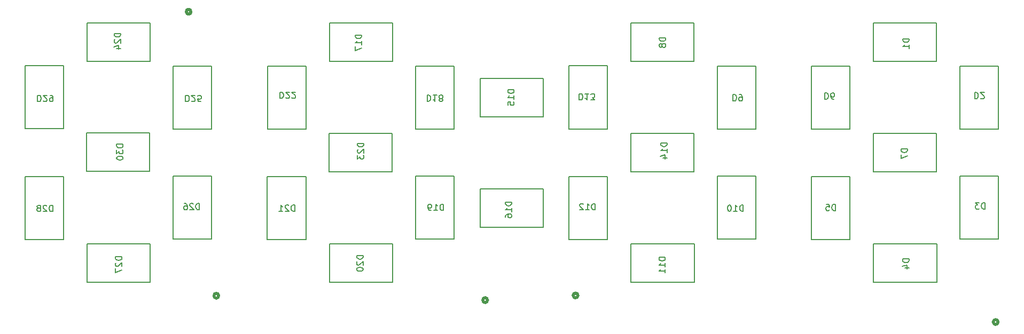
<source format=gbr>
%TF.GenerationSoftware,KiCad,Pcbnew,8.0.6*%
%TF.CreationDate,2024-11-20T14:38:13-08:00*%
%TF.ProjectId,SleepBud,536c6565-7042-4756-942e-6b696361645f,rev?*%
%TF.SameCoordinates,Original*%
%TF.FileFunction,Legend,Bot*%
%TF.FilePolarity,Positive*%
%FSLAX46Y46*%
G04 Gerber Fmt 4.6, Leading zero omitted, Abs format (unit mm)*
G04 Created by KiCad (PCBNEW 8.0.6) date 2024-11-20 14:38:13*
%MOMM*%
%LPD*%
G01*
G04 APERTURE LIST*
%ADD10C,0.127000*%
%ADD11C,0.200000*%
%ADD12C,0.508000*%
%ADD13C,0.150000*%
%ADD14C,1.701800*%
%ADD15O,1.200000X1.900000*%
%ADD16C,1.450000*%
%ADD17R,3.150000X2.400000*%
%ADD18R,2.400000X3.150000*%
G04 APERTURE END LIST*
D10*
X128644285Y-90046015D02*
X128644285Y-89046015D01*
X128644285Y-89046015D02*
X128406190Y-89046015D01*
X128406190Y-89046015D02*
X128263333Y-89093634D01*
X128263333Y-89093634D02*
X128168095Y-89188872D01*
X128168095Y-89188872D02*
X128120476Y-89284110D01*
X128120476Y-89284110D02*
X128072857Y-89474586D01*
X128072857Y-89474586D02*
X128072857Y-89617443D01*
X128072857Y-89617443D02*
X128120476Y-89807919D01*
X128120476Y-89807919D02*
X128168095Y-89903157D01*
X128168095Y-89903157D02*
X128263333Y-89998396D01*
X128263333Y-89998396D02*
X128406190Y-90046015D01*
X128406190Y-90046015D02*
X128644285Y-90046015D01*
X127120476Y-90046015D02*
X127691904Y-90046015D01*
X127406190Y-90046015D02*
X127406190Y-89046015D01*
X127406190Y-89046015D02*
X127501428Y-89188872D01*
X127501428Y-89188872D02*
X127596666Y-89284110D01*
X127596666Y-89284110D02*
X127691904Y-89331729D01*
X126644285Y-90046015D02*
X126453809Y-90046015D01*
X126453809Y-90046015D02*
X126358571Y-89998396D01*
X126358571Y-89998396D02*
X126310952Y-89950776D01*
X126310952Y-89950776D02*
X126215714Y-89807919D01*
X126215714Y-89807919D02*
X126168095Y-89617443D01*
X126168095Y-89617443D02*
X126168095Y-89236491D01*
X126168095Y-89236491D02*
X126215714Y-89141253D01*
X126215714Y-89141253D02*
X126263333Y-89093634D01*
X126263333Y-89093634D02*
X126358571Y-89046015D01*
X126358571Y-89046015D02*
X126549047Y-89046015D01*
X126549047Y-89046015D02*
X126644285Y-89093634D01*
X126644285Y-89093634D02*
X126691904Y-89141253D01*
X126691904Y-89141253D02*
X126739523Y-89236491D01*
X126739523Y-89236491D02*
X126739523Y-89474586D01*
X126739523Y-89474586D02*
X126691904Y-89569824D01*
X126691904Y-89569824D02*
X126644285Y-89617443D01*
X126644285Y-89617443D02*
X126549047Y-89665062D01*
X126549047Y-89665062D02*
X126358571Y-89665062D01*
X126358571Y-89665062D02*
X126263333Y-89617443D01*
X126263333Y-89617443D02*
X126215714Y-89569824D01*
X126215714Y-89569824D02*
X126168095Y-89474586D01*
X87755714Y-71773984D02*
X87755714Y-72773984D01*
X87755714Y-72773984D02*
X87993809Y-72773984D01*
X87993809Y-72773984D02*
X88136666Y-72726365D01*
X88136666Y-72726365D02*
X88231904Y-72631127D01*
X88231904Y-72631127D02*
X88279523Y-72535889D01*
X88279523Y-72535889D02*
X88327142Y-72345413D01*
X88327142Y-72345413D02*
X88327142Y-72202556D01*
X88327142Y-72202556D02*
X88279523Y-72012080D01*
X88279523Y-72012080D02*
X88231904Y-71916842D01*
X88231904Y-71916842D02*
X88136666Y-71821604D01*
X88136666Y-71821604D02*
X87993809Y-71773984D01*
X87993809Y-71773984D02*
X87755714Y-71773984D01*
X88708095Y-72678746D02*
X88755714Y-72726365D01*
X88755714Y-72726365D02*
X88850952Y-72773984D01*
X88850952Y-72773984D02*
X89089047Y-72773984D01*
X89089047Y-72773984D02*
X89184285Y-72726365D01*
X89184285Y-72726365D02*
X89231904Y-72678746D01*
X89231904Y-72678746D02*
X89279523Y-72583508D01*
X89279523Y-72583508D02*
X89279523Y-72488270D01*
X89279523Y-72488270D02*
X89231904Y-72345413D01*
X89231904Y-72345413D02*
X88660476Y-71773984D01*
X88660476Y-71773984D02*
X89279523Y-71773984D01*
X90184285Y-72773984D02*
X89708095Y-72773984D01*
X89708095Y-72773984D02*
X89660476Y-72297794D01*
X89660476Y-72297794D02*
X89708095Y-72345413D01*
X89708095Y-72345413D02*
X89803333Y-72393032D01*
X89803333Y-72393032D02*
X90041428Y-72393032D01*
X90041428Y-72393032D02*
X90136666Y-72345413D01*
X90136666Y-72345413D02*
X90184285Y-72297794D01*
X90184285Y-72297794D02*
X90231904Y-72202556D01*
X90231904Y-72202556D02*
X90231904Y-71964461D01*
X90231904Y-71964461D02*
X90184285Y-71869223D01*
X90184285Y-71869223D02*
X90136666Y-71821604D01*
X90136666Y-71821604D02*
X90041428Y-71773984D01*
X90041428Y-71773984D02*
X89803333Y-71773984D01*
X89803333Y-71773984D02*
X89708095Y-71821604D01*
X89708095Y-71821604D02*
X89660476Y-71869223D01*
X152674285Y-89966015D02*
X152674285Y-88966015D01*
X152674285Y-88966015D02*
X152436190Y-88966015D01*
X152436190Y-88966015D02*
X152293333Y-89013634D01*
X152293333Y-89013634D02*
X152198095Y-89108872D01*
X152198095Y-89108872D02*
X152150476Y-89204110D01*
X152150476Y-89204110D02*
X152102857Y-89394586D01*
X152102857Y-89394586D02*
X152102857Y-89537443D01*
X152102857Y-89537443D02*
X152150476Y-89727919D01*
X152150476Y-89727919D02*
X152198095Y-89823157D01*
X152198095Y-89823157D02*
X152293333Y-89918396D01*
X152293333Y-89918396D02*
X152436190Y-89966015D01*
X152436190Y-89966015D02*
X152674285Y-89966015D01*
X151150476Y-89966015D02*
X151721904Y-89966015D01*
X151436190Y-89966015D02*
X151436190Y-88966015D01*
X151436190Y-88966015D02*
X151531428Y-89108872D01*
X151531428Y-89108872D02*
X151626666Y-89204110D01*
X151626666Y-89204110D02*
X151721904Y-89251729D01*
X150769523Y-89061253D02*
X150721904Y-89013634D01*
X150721904Y-89013634D02*
X150626666Y-88966015D01*
X150626666Y-88966015D02*
X150388571Y-88966015D01*
X150388571Y-88966015D02*
X150293333Y-89013634D01*
X150293333Y-89013634D02*
X150245714Y-89061253D01*
X150245714Y-89061253D02*
X150198095Y-89156491D01*
X150198095Y-89156491D02*
X150198095Y-89251729D01*
X150198095Y-89251729D02*
X150245714Y-89394586D01*
X150245714Y-89394586D02*
X150817142Y-89966015D01*
X150817142Y-89966015D02*
X150198095Y-89966015D01*
X77826015Y-79545714D02*
X76826015Y-79545714D01*
X76826015Y-79545714D02*
X76826015Y-79783809D01*
X76826015Y-79783809D02*
X76873634Y-79926666D01*
X76873634Y-79926666D02*
X76968872Y-80021904D01*
X76968872Y-80021904D02*
X77064110Y-80069523D01*
X77064110Y-80069523D02*
X77254586Y-80117142D01*
X77254586Y-80117142D02*
X77397443Y-80117142D01*
X77397443Y-80117142D02*
X77587919Y-80069523D01*
X77587919Y-80069523D02*
X77683157Y-80021904D01*
X77683157Y-80021904D02*
X77778396Y-79926666D01*
X77778396Y-79926666D02*
X77826015Y-79783809D01*
X77826015Y-79783809D02*
X77826015Y-79545714D01*
X76826015Y-80450476D02*
X76826015Y-81069523D01*
X76826015Y-81069523D02*
X77206967Y-80736190D01*
X77206967Y-80736190D02*
X77206967Y-80879047D01*
X77206967Y-80879047D02*
X77254586Y-80974285D01*
X77254586Y-80974285D02*
X77302205Y-81021904D01*
X77302205Y-81021904D02*
X77397443Y-81069523D01*
X77397443Y-81069523D02*
X77635538Y-81069523D01*
X77635538Y-81069523D02*
X77730776Y-81021904D01*
X77730776Y-81021904D02*
X77778396Y-80974285D01*
X77778396Y-80974285D02*
X77826015Y-80879047D01*
X77826015Y-80879047D02*
X77826015Y-80593333D01*
X77826015Y-80593333D02*
X77778396Y-80498095D01*
X77778396Y-80498095D02*
X77730776Y-80450476D01*
X76826015Y-81688571D02*
X76826015Y-81783809D01*
X76826015Y-81783809D02*
X76873634Y-81879047D01*
X76873634Y-81879047D02*
X76921253Y-81926666D01*
X76921253Y-81926666D02*
X77016491Y-81974285D01*
X77016491Y-81974285D02*
X77206967Y-82021904D01*
X77206967Y-82021904D02*
X77445062Y-82021904D01*
X77445062Y-82021904D02*
X77635538Y-81974285D01*
X77635538Y-81974285D02*
X77730776Y-81926666D01*
X77730776Y-81926666D02*
X77778396Y-81879047D01*
X77778396Y-81879047D02*
X77826015Y-81783809D01*
X77826015Y-81783809D02*
X77826015Y-81688571D01*
X77826015Y-81688571D02*
X77778396Y-81593333D01*
X77778396Y-81593333D02*
X77730776Y-81545714D01*
X77730776Y-81545714D02*
X77635538Y-81498095D01*
X77635538Y-81498095D02*
X77445062Y-81450476D01*
X77445062Y-81450476D02*
X77206967Y-81450476D01*
X77206967Y-81450476D02*
X77016491Y-81498095D01*
X77016491Y-81498095D02*
X76921253Y-81545714D01*
X76921253Y-81545714D02*
X76873634Y-81593333D01*
X76873634Y-81593333D02*
X76826015Y-81688571D01*
X115996015Y-79405714D02*
X114996015Y-79405714D01*
X114996015Y-79405714D02*
X114996015Y-79643809D01*
X114996015Y-79643809D02*
X115043634Y-79786666D01*
X115043634Y-79786666D02*
X115138872Y-79881904D01*
X115138872Y-79881904D02*
X115234110Y-79929523D01*
X115234110Y-79929523D02*
X115424586Y-79977142D01*
X115424586Y-79977142D02*
X115567443Y-79977142D01*
X115567443Y-79977142D02*
X115757919Y-79929523D01*
X115757919Y-79929523D02*
X115853157Y-79881904D01*
X115853157Y-79881904D02*
X115948396Y-79786666D01*
X115948396Y-79786666D02*
X115996015Y-79643809D01*
X115996015Y-79643809D02*
X115996015Y-79405714D01*
X115091253Y-80358095D02*
X115043634Y-80405714D01*
X115043634Y-80405714D02*
X114996015Y-80500952D01*
X114996015Y-80500952D02*
X114996015Y-80739047D01*
X114996015Y-80739047D02*
X115043634Y-80834285D01*
X115043634Y-80834285D02*
X115091253Y-80881904D01*
X115091253Y-80881904D02*
X115186491Y-80929523D01*
X115186491Y-80929523D02*
X115281729Y-80929523D01*
X115281729Y-80929523D02*
X115424586Y-80881904D01*
X115424586Y-80881904D02*
X115996015Y-80310476D01*
X115996015Y-80310476D02*
X115996015Y-80929523D01*
X114996015Y-81262857D02*
X114996015Y-81881904D01*
X114996015Y-81881904D02*
X115376967Y-81548571D01*
X115376967Y-81548571D02*
X115376967Y-81691428D01*
X115376967Y-81691428D02*
X115424586Y-81786666D01*
X115424586Y-81786666D02*
X115472205Y-81834285D01*
X115472205Y-81834285D02*
X115567443Y-81881904D01*
X115567443Y-81881904D02*
X115805538Y-81881904D01*
X115805538Y-81881904D02*
X115900776Y-81834285D01*
X115900776Y-81834285D02*
X115948396Y-81786666D01*
X115948396Y-81786666D02*
X115996015Y-81691428D01*
X115996015Y-81691428D02*
X115996015Y-81405714D01*
X115996015Y-81405714D02*
X115948396Y-81310476D01*
X115948396Y-81310476D02*
X115900776Y-81262857D01*
X115656015Y-62205714D02*
X114656015Y-62205714D01*
X114656015Y-62205714D02*
X114656015Y-62443809D01*
X114656015Y-62443809D02*
X114703634Y-62586666D01*
X114703634Y-62586666D02*
X114798872Y-62681904D01*
X114798872Y-62681904D02*
X114894110Y-62729523D01*
X114894110Y-62729523D02*
X115084586Y-62777142D01*
X115084586Y-62777142D02*
X115227443Y-62777142D01*
X115227443Y-62777142D02*
X115417919Y-62729523D01*
X115417919Y-62729523D02*
X115513157Y-62681904D01*
X115513157Y-62681904D02*
X115608396Y-62586666D01*
X115608396Y-62586666D02*
X115656015Y-62443809D01*
X115656015Y-62443809D02*
X115656015Y-62205714D01*
X115656015Y-63729523D02*
X115656015Y-63158095D01*
X115656015Y-63443809D02*
X114656015Y-63443809D01*
X114656015Y-63443809D02*
X114798872Y-63348571D01*
X114798872Y-63348571D02*
X114894110Y-63253333D01*
X114894110Y-63253333D02*
X114941729Y-63158095D01*
X114656015Y-64062857D02*
X114656015Y-64729523D01*
X114656015Y-64729523D02*
X115656015Y-64300952D01*
X174501905Y-71663984D02*
X174501905Y-72663984D01*
X174501905Y-72663984D02*
X174740000Y-72663984D01*
X174740000Y-72663984D02*
X174882857Y-72616365D01*
X174882857Y-72616365D02*
X174978095Y-72521127D01*
X174978095Y-72521127D02*
X175025714Y-72425889D01*
X175025714Y-72425889D02*
X175073333Y-72235413D01*
X175073333Y-72235413D02*
X175073333Y-72092556D01*
X175073333Y-72092556D02*
X175025714Y-71902080D01*
X175025714Y-71902080D02*
X174978095Y-71806842D01*
X174978095Y-71806842D02*
X174882857Y-71711604D01*
X174882857Y-71711604D02*
X174740000Y-71663984D01*
X174740000Y-71663984D02*
X174501905Y-71663984D01*
X175549524Y-71663984D02*
X175740000Y-71663984D01*
X175740000Y-71663984D02*
X175835238Y-71711604D01*
X175835238Y-71711604D02*
X175882857Y-71759223D01*
X175882857Y-71759223D02*
X175978095Y-71902080D01*
X175978095Y-71902080D02*
X176025714Y-72092556D01*
X176025714Y-72092556D02*
X176025714Y-72473508D01*
X176025714Y-72473508D02*
X175978095Y-72568746D01*
X175978095Y-72568746D02*
X175930476Y-72616365D01*
X175930476Y-72616365D02*
X175835238Y-72663984D01*
X175835238Y-72663984D02*
X175644762Y-72663984D01*
X175644762Y-72663984D02*
X175549524Y-72616365D01*
X175549524Y-72616365D02*
X175501905Y-72568746D01*
X175501905Y-72568746D02*
X175454286Y-72473508D01*
X175454286Y-72473508D02*
X175454286Y-72235413D01*
X175454286Y-72235413D02*
X175501905Y-72140175D01*
X175501905Y-72140175D02*
X175549524Y-72092556D01*
X175549524Y-72092556D02*
X175644762Y-72044937D01*
X175644762Y-72044937D02*
X175835238Y-72044937D01*
X175835238Y-72044937D02*
X175930476Y-72092556D01*
X175930476Y-72092556D02*
X175978095Y-72140175D01*
X175978095Y-72140175D02*
X176025714Y-72235413D01*
X102685714Y-71273984D02*
X102685714Y-72273984D01*
X102685714Y-72273984D02*
X102923809Y-72273984D01*
X102923809Y-72273984D02*
X103066666Y-72226365D01*
X103066666Y-72226365D02*
X103161904Y-72131127D01*
X103161904Y-72131127D02*
X103209523Y-72035889D01*
X103209523Y-72035889D02*
X103257142Y-71845413D01*
X103257142Y-71845413D02*
X103257142Y-71702556D01*
X103257142Y-71702556D02*
X103209523Y-71512080D01*
X103209523Y-71512080D02*
X103161904Y-71416842D01*
X103161904Y-71416842D02*
X103066666Y-71321604D01*
X103066666Y-71321604D02*
X102923809Y-71273984D01*
X102923809Y-71273984D02*
X102685714Y-71273984D01*
X103638095Y-72178746D02*
X103685714Y-72226365D01*
X103685714Y-72226365D02*
X103780952Y-72273984D01*
X103780952Y-72273984D02*
X104019047Y-72273984D01*
X104019047Y-72273984D02*
X104114285Y-72226365D01*
X104114285Y-72226365D02*
X104161904Y-72178746D01*
X104161904Y-72178746D02*
X104209523Y-72083508D01*
X104209523Y-72083508D02*
X104209523Y-71988270D01*
X104209523Y-71988270D02*
X104161904Y-71845413D01*
X104161904Y-71845413D02*
X103590476Y-71273984D01*
X103590476Y-71273984D02*
X104209523Y-71273984D01*
X104590476Y-72178746D02*
X104638095Y-72226365D01*
X104638095Y-72226365D02*
X104733333Y-72273984D01*
X104733333Y-72273984D02*
X104971428Y-72273984D01*
X104971428Y-72273984D02*
X105066666Y-72226365D01*
X105066666Y-72226365D02*
X105114285Y-72178746D01*
X105114285Y-72178746D02*
X105161904Y-72083508D01*
X105161904Y-72083508D02*
X105161904Y-71988270D01*
X105161904Y-71988270D02*
X105114285Y-71845413D01*
X105114285Y-71845413D02*
X104542857Y-71273984D01*
X104542857Y-71273984D02*
X105161904Y-71273984D01*
X139816015Y-70885714D02*
X138816015Y-70885714D01*
X138816015Y-70885714D02*
X138816015Y-71123809D01*
X138816015Y-71123809D02*
X138863634Y-71266666D01*
X138863634Y-71266666D02*
X138958872Y-71361904D01*
X138958872Y-71361904D02*
X139054110Y-71409523D01*
X139054110Y-71409523D02*
X139244586Y-71457142D01*
X139244586Y-71457142D02*
X139387443Y-71457142D01*
X139387443Y-71457142D02*
X139577919Y-71409523D01*
X139577919Y-71409523D02*
X139673157Y-71361904D01*
X139673157Y-71361904D02*
X139768396Y-71266666D01*
X139768396Y-71266666D02*
X139816015Y-71123809D01*
X139816015Y-71123809D02*
X139816015Y-70885714D01*
X139816015Y-72409523D02*
X139816015Y-71838095D01*
X139816015Y-72123809D02*
X138816015Y-72123809D01*
X138816015Y-72123809D02*
X138958872Y-72028571D01*
X138958872Y-72028571D02*
X139054110Y-71933333D01*
X139054110Y-71933333D02*
X139101729Y-71838095D01*
X138816015Y-73314285D02*
X138816015Y-72838095D01*
X138816015Y-72838095D02*
X139292205Y-72790476D01*
X139292205Y-72790476D02*
X139244586Y-72838095D01*
X139244586Y-72838095D02*
X139196967Y-72933333D01*
X139196967Y-72933333D02*
X139196967Y-73171428D01*
X139196967Y-73171428D02*
X139244586Y-73266666D01*
X139244586Y-73266666D02*
X139292205Y-73314285D01*
X139292205Y-73314285D02*
X139387443Y-73361904D01*
X139387443Y-73361904D02*
X139625538Y-73361904D01*
X139625538Y-73361904D02*
X139720776Y-73314285D01*
X139720776Y-73314285D02*
X139768396Y-73266666D01*
X139768396Y-73266666D02*
X139816015Y-73171428D01*
X139816015Y-73171428D02*
X139816015Y-72933333D01*
X139816015Y-72933333D02*
X139768396Y-72838095D01*
X139768396Y-72838095D02*
X139720776Y-72790476D01*
X190758094Y-90066015D02*
X190758094Y-89066015D01*
X190758094Y-89066015D02*
X190519999Y-89066015D01*
X190519999Y-89066015D02*
X190377142Y-89113634D01*
X190377142Y-89113634D02*
X190281904Y-89208872D01*
X190281904Y-89208872D02*
X190234285Y-89304110D01*
X190234285Y-89304110D02*
X190186666Y-89494586D01*
X190186666Y-89494586D02*
X190186666Y-89637443D01*
X190186666Y-89637443D02*
X190234285Y-89827919D01*
X190234285Y-89827919D02*
X190281904Y-89923157D01*
X190281904Y-89923157D02*
X190377142Y-90018396D01*
X190377142Y-90018396D02*
X190519999Y-90066015D01*
X190519999Y-90066015D02*
X190758094Y-90066015D01*
X189281904Y-89066015D02*
X189758094Y-89066015D01*
X189758094Y-89066015D02*
X189805713Y-89542205D01*
X189805713Y-89542205D02*
X189758094Y-89494586D01*
X189758094Y-89494586D02*
X189662856Y-89446967D01*
X189662856Y-89446967D02*
X189424761Y-89446967D01*
X189424761Y-89446967D02*
X189329523Y-89494586D01*
X189329523Y-89494586D02*
X189281904Y-89542205D01*
X189281904Y-89542205D02*
X189234285Y-89637443D01*
X189234285Y-89637443D02*
X189234285Y-89875538D01*
X189234285Y-89875538D02*
X189281904Y-89970776D01*
X189281904Y-89970776D02*
X189329523Y-90018396D01*
X189329523Y-90018396D02*
X189424761Y-90066015D01*
X189424761Y-90066015D02*
X189662856Y-90066015D01*
X189662856Y-90066015D02*
X189758094Y-90018396D01*
X189758094Y-90018396D02*
X189805713Y-89970776D01*
X202436015Y-62801905D02*
X201436015Y-62801905D01*
X201436015Y-62801905D02*
X201436015Y-63040000D01*
X201436015Y-63040000D02*
X201483634Y-63182857D01*
X201483634Y-63182857D02*
X201578872Y-63278095D01*
X201578872Y-63278095D02*
X201674110Y-63325714D01*
X201674110Y-63325714D02*
X201864586Y-63373333D01*
X201864586Y-63373333D02*
X202007443Y-63373333D01*
X202007443Y-63373333D02*
X202197919Y-63325714D01*
X202197919Y-63325714D02*
X202293157Y-63278095D01*
X202293157Y-63278095D02*
X202388396Y-63182857D01*
X202388396Y-63182857D02*
X202436015Y-63040000D01*
X202436015Y-63040000D02*
X202436015Y-62801905D01*
X202436015Y-64325714D02*
X202436015Y-63754286D01*
X202436015Y-64040000D02*
X201436015Y-64040000D01*
X201436015Y-64040000D02*
X201578872Y-63944762D01*
X201578872Y-63944762D02*
X201674110Y-63849524D01*
X201674110Y-63849524D02*
X201721729Y-63754286D01*
X163776015Y-97485714D02*
X162776015Y-97485714D01*
X162776015Y-97485714D02*
X162776015Y-97723809D01*
X162776015Y-97723809D02*
X162823634Y-97866666D01*
X162823634Y-97866666D02*
X162918872Y-97961904D01*
X162918872Y-97961904D02*
X163014110Y-98009523D01*
X163014110Y-98009523D02*
X163204586Y-98057142D01*
X163204586Y-98057142D02*
X163347443Y-98057142D01*
X163347443Y-98057142D02*
X163537919Y-98009523D01*
X163537919Y-98009523D02*
X163633157Y-97961904D01*
X163633157Y-97961904D02*
X163728396Y-97866666D01*
X163728396Y-97866666D02*
X163776015Y-97723809D01*
X163776015Y-97723809D02*
X163776015Y-97485714D01*
X163776015Y-99009523D02*
X163776015Y-98438095D01*
X163776015Y-98723809D02*
X162776015Y-98723809D01*
X162776015Y-98723809D02*
X162918872Y-98628571D01*
X162918872Y-98628571D02*
X163014110Y-98533333D01*
X163014110Y-98533333D02*
X163061729Y-98438095D01*
X163776015Y-99961904D02*
X163776015Y-99390476D01*
X163776015Y-99676190D02*
X162776015Y-99676190D01*
X162776015Y-99676190D02*
X162918872Y-99580952D01*
X162918872Y-99580952D02*
X163014110Y-99485714D01*
X163014110Y-99485714D02*
X163061729Y-99390476D01*
X77446015Y-61955714D02*
X76446015Y-61955714D01*
X76446015Y-61955714D02*
X76446015Y-62193809D01*
X76446015Y-62193809D02*
X76493634Y-62336666D01*
X76493634Y-62336666D02*
X76588872Y-62431904D01*
X76588872Y-62431904D02*
X76684110Y-62479523D01*
X76684110Y-62479523D02*
X76874586Y-62527142D01*
X76874586Y-62527142D02*
X77017443Y-62527142D01*
X77017443Y-62527142D02*
X77207919Y-62479523D01*
X77207919Y-62479523D02*
X77303157Y-62431904D01*
X77303157Y-62431904D02*
X77398396Y-62336666D01*
X77398396Y-62336666D02*
X77446015Y-62193809D01*
X77446015Y-62193809D02*
X77446015Y-61955714D01*
X76541253Y-62908095D02*
X76493634Y-62955714D01*
X76493634Y-62955714D02*
X76446015Y-63050952D01*
X76446015Y-63050952D02*
X76446015Y-63289047D01*
X76446015Y-63289047D02*
X76493634Y-63384285D01*
X76493634Y-63384285D02*
X76541253Y-63431904D01*
X76541253Y-63431904D02*
X76636491Y-63479523D01*
X76636491Y-63479523D02*
X76731729Y-63479523D01*
X76731729Y-63479523D02*
X76874586Y-63431904D01*
X76874586Y-63431904D02*
X77446015Y-62860476D01*
X77446015Y-62860476D02*
X77446015Y-63479523D01*
X76779348Y-64336666D02*
X77446015Y-64336666D01*
X76398396Y-64098571D02*
X77112681Y-63860476D01*
X77112681Y-63860476D02*
X77112681Y-64479523D01*
X202156015Y-80271905D02*
X201156015Y-80271905D01*
X201156015Y-80271905D02*
X201156015Y-80510000D01*
X201156015Y-80510000D02*
X201203634Y-80652857D01*
X201203634Y-80652857D02*
X201298872Y-80748095D01*
X201298872Y-80748095D02*
X201394110Y-80795714D01*
X201394110Y-80795714D02*
X201584586Y-80843333D01*
X201584586Y-80843333D02*
X201727443Y-80843333D01*
X201727443Y-80843333D02*
X201917919Y-80795714D01*
X201917919Y-80795714D02*
X202013157Y-80748095D01*
X202013157Y-80748095D02*
X202108396Y-80652857D01*
X202108396Y-80652857D02*
X202156015Y-80510000D01*
X202156015Y-80510000D02*
X202156015Y-80271905D01*
X201156015Y-81176667D02*
X201156015Y-81843333D01*
X201156015Y-81843333D02*
X202156015Y-81414762D01*
X214468094Y-89816015D02*
X214468094Y-88816015D01*
X214468094Y-88816015D02*
X214229999Y-88816015D01*
X214229999Y-88816015D02*
X214087142Y-88863634D01*
X214087142Y-88863634D02*
X213991904Y-88958872D01*
X213991904Y-88958872D02*
X213944285Y-89054110D01*
X213944285Y-89054110D02*
X213896666Y-89244586D01*
X213896666Y-89244586D02*
X213896666Y-89387443D01*
X213896666Y-89387443D02*
X213944285Y-89577919D01*
X213944285Y-89577919D02*
X213991904Y-89673157D01*
X213991904Y-89673157D02*
X214087142Y-89768396D01*
X214087142Y-89768396D02*
X214229999Y-89816015D01*
X214229999Y-89816015D02*
X214468094Y-89816015D01*
X213563332Y-88816015D02*
X212944285Y-88816015D01*
X212944285Y-88816015D02*
X213277618Y-89196967D01*
X213277618Y-89196967D02*
X213134761Y-89196967D01*
X213134761Y-89196967D02*
X213039523Y-89244586D01*
X213039523Y-89244586D02*
X212991904Y-89292205D01*
X212991904Y-89292205D02*
X212944285Y-89387443D01*
X212944285Y-89387443D02*
X212944285Y-89625538D01*
X212944285Y-89625538D02*
X212991904Y-89720776D01*
X212991904Y-89720776D02*
X213039523Y-89768396D01*
X213039523Y-89768396D02*
X213134761Y-89816015D01*
X213134761Y-89816015D02*
X213420475Y-89816015D01*
X213420475Y-89816015D02*
X213515713Y-89768396D01*
X213515713Y-89768396D02*
X213563332Y-89720776D01*
X212811905Y-71333984D02*
X212811905Y-72333984D01*
X212811905Y-72333984D02*
X213050000Y-72333984D01*
X213050000Y-72333984D02*
X213192857Y-72286365D01*
X213192857Y-72286365D02*
X213288095Y-72191127D01*
X213288095Y-72191127D02*
X213335714Y-72095889D01*
X213335714Y-72095889D02*
X213383333Y-71905413D01*
X213383333Y-71905413D02*
X213383333Y-71762556D01*
X213383333Y-71762556D02*
X213335714Y-71572080D01*
X213335714Y-71572080D02*
X213288095Y-71476842D01*
X213288095Y-71476842D02*
X213192857Y-71381604D01*
X213192857Y-71381604D02*
X213050000Y-71333984D01*
X213050000Y-71333984D02*
X212811905Y-71333984D01*
X213764286Y-72238746D02*
X213811905Y-72286365D01*
X213811905Y-72286365D02*
X213907143Y-72333984D01*
X213907143Y-72333984D02*
X214145238Y-72333984D01*
X214145238Y-72333984D02*
X214240476Y-72286365D01*
X214240476Y-72286365D02*
X214288095Y-72238746D01*
X214288095Y-72238746D02*
X214335714Y-72143508D01*
X214335714Y-72143508D02*
X214335714Y-72048270D01*
X214335714Y-72048270D02*
X214288095Y-71905413D01*
X214288095Y-71905413D02*
X213716667Y-71333984D01*
X213716667Y-71333984D02*
X214335714Y-71333984D01*
X139436015Y-88725714D02*
X138436015Y-88725714D01*
X138436015Y-88725714D02*
X138436015Y-88963809D01*
X138436015Y-88963809D02*
X138483634Y-89106666D01*
X138483634Y-89106666D02*
X138578872Y-89201904D01*
X138578872Y-89201904D02*
X138674110Y-89249523D01*
X138674110Y-89249523D02*
X138864586Y-89297142D01*
X138864586Y-89297142D02*
X139007443Y-89297142D01*
X139007443Y-89297142D02*
X139197919Y-89249523D01*
X139197919Y-89249523D02*
X139293157Y-89201904D01*
X139293157Y-89201904D02*
X139388396Y-89106666D01*
X139388396Y-89106666D02*
X139436015Y-88963809D01*
X139436015Y-88963809D02*
X139436015Y-88725714D01*
X139436015Y-90249523D02*
X139436015Y-89678095D01*
X139436015Y-89963809D02*
X138436015Y-89963809D01*
X138436015Y-89963809D02*
X138578872Y-89868571D01*
X138578872Y-89868571D02*
X138674110Y-89773333D01*
X138674110Y-89773333D02*
X138721729Y-89678095D01*
X138436015Y-91106666D02*
X138436015Y-90916190D01*
X138436015Y-90916190D02*
X138483634Y-90820952D01*
X138483634Y-90820952D02*
X138531253Y-90773333D01*
X138531253Y-90773333D02*
X138674110Y-90678095D01*
X138674110Y-90678095D02*
X138864586Y-90630476D01*
X138864586Y-90630476D02*
X139245538Y-90630476D01*
X139245538Y-90630476D02*
X139340776Y-90678095D01*
X139340776Y-90678095D02*
X139388396Y-90725714D01*
X139388396Y-90725714D02*
X139436015Y-90820952D01*
X139436015Y-90820952D02*
X139436015Y-91011428D01*
X139436015Y-91011428D02*
X139388396Y-91106666D01*
X139388396Y-91106666D02*
X139340776Y-91154285D01*
X139340776Y-91154285D02*
X139245538Y-91201904D01*
X139245538Y-91201904D02*
X139007443Y-91201904D01*
X139007443Y-91201904D02*
X138912205Y-91154285D01*
X138912205Y-91154285D02*
X138864586Y-91106666D01*
X138864586Y-91106666D02*
X138816967Y-91011428D01*
X138816967Y-91011428D02*
X138816967Y-90820952D01*
X138816967Y-90820952D02*
X138864586Y-90725714D01*
X138864586Y-90725714D02*
X138912205Y-90678095D01*
X138912205Y-90678095D02*
X139007443Y-90630476D01*
X126035714Y-71743984D02*
X126035714Y-72743984D01*
X126035714Y-72743984D02*
X126273809Y-72743984D01*
X126273809Y-72743984D02*
X126416666Y-72696365D01*
X126416666Y-72696365D02*
X126511904Y-72601127D01*
X126511904Y-72601127D02*
X126559523Y-72505889D01*
X126559523Y-72505889D02*
X126607142Y-72315413D01*
X126607142Y-72315413D02*
X126607142Y-72172556D01*
X126607142Y-72172556D02*
X126559523Y-71982080D01*
X126559523Y-71982080D02*
X126511904Y-71886842D01*
X126511904Y-71886842D02*
X126416666Y-71791604D01*
X126416666Y-71791604D02*
X126273809Y-71743984D01*
X126273809Y-71743984D02*
X126035714Y-71743984D01*
X127559523Y-71743984D02*
X126988095Y-71743984D01*
X127273809Y-71743984D02*
X127273809Y-72743984D01*
X127273809Y-72743984D02*
X127178571Y-72601127D01*
X127178571Y-72601127D02*
X127083333Y-72505889D01*
X127083333Y-72505889D02*
X126988095Y-72458270D01*
X128130952Y-72315413D02*
X128035714Y-72363032D01*
X128035714Y-72363032D02*
X127988095Y-72410651D01*
X127988095Y-72410651D02*
X127940476Y-72505889D01*
X127940476Y-72505889D02*
X127940476Y-72553508D01*
X127940476Y-72553508D02*
X127988095Y-72648746D01*
X127988095Y-72648746D02*
X128035714Y-72696365D01*
X128035714Y-72696365D02*
X128130952Y-72743984D01*
X128130952Y-72743984D02*
X128321428Y-72743984D01*
X128321428Y-72743984D02*
X128416666Y-72696365D01*
X128416666Y-72696365D02*
X128464285Y-72648746D01*
X128464285Y-72648746D02*
X128511904Y-72553508D01*
X128511904Y-72553508D02*
X128511904Y-72505889D01*
X128511904Y-72505889D02*
X128464285Y-72410651D01*
X128464285Y-72410651D02*
X128416666Y-72363032D01*
X128416666Y-72363032D02*
X128321428Y-72315413D01*
X128321428Y-72315413D02*
X128130952Y-72315413D01*
X128130952Y-72315413D02*
X128035714Y-72267794D01*
X128035714Y-72267794D02*
X127988095Y-72220175D01*
X127988095Y-72220175D02*
X127940476Y-72124937D01*
X127940476Y-72124937D02*
X127940476Y-71934461D01*
X127940476Y-71934461D02*
X127988095Y-71839223D01*
X127988095Y-71839223D02*
X128035714Y-71791604D01*
X128035714Y-71791604D02*
X128130952Y-71743984D01*
X128130952Y-71743984D02*
X128321428Y-71743984D01*
X128321428Y-71743984D02*
X128416666Y-71791604D01*
X128416666Y-71791604D02*
X128464285Y-71839223D01*
X128464285Y-71839223D02*
X128511904Y-71934461D01*
X128511904Y-71934461D02*
X128511904Y-72124937D01*
X128511904Y-72124937D02*
X128464285Y-72220175D01*
X128464285Y-72220175D02*
X128416666Y-72267794D01*
X128416666Y-72267794D02*
X128321428Y-72315413D01*
X176134285Y-90176015D02*
X176134285Y-89176015D01*
X176134285Y-89176015D02*
X175896190Y-89176015D01*
X175896190Y-89176015D02*
X175753333Y-89223634D01*
X175753333Y-89223634D02*
X175658095Y-89318872D01*
X175658095Y-89318872D02*
X175610476Y-89414110D01*
X175610476Y-89414110D02*
X175562857Y-89604586D01*
X175562857Y-89604586D02*
X175562857Y-89747443D01*
X175562857Y-89747443D02*
X175610476Y-89937919D01*
X175610476Y-89937919D02*
X175658095Y-90033157D01*
X175658095Y-90033157D02*
X175753333Y-90128396D01*
X175753333Y-90128396D02*
X175896190Y-90176015D01*
X175896190Y-90176015D02*
X176134285Y-90176015D01*
X174610476Y-90176015D02*
X175181904Y-90176015D01*
X174896190Y-90176015D02*
X174896190Y-89176015D01*
X174896190Y-89176015D02*
X174991428Y-89318872D01*
X174991428Y-89318872D02*
X175086666Y-89414110D01*
X175086666Y-89414110D02*
X175181904Y-89461729D01*
X173991428Y-89176015D02*
X173896190Y-89176015D01*
X173896190Y-89176015D02*
X173800952Y-89223634D01*
X173800952Y-89223634D02*
X173753333Y-89271253D01*
X173753333Y-89271253D02*
X173705714Y-89366491D01*
X173705714Y-89366491D02*
X173658095Y-89556967D01*
X173658095Y-89556967D02*
X173658095Y-89795062D01*
X173658095Y-89795062D02*
X173705714Y-89985538D01*
X173705714Y-89985538D02*
X173753333Y-90080776D01*
X173753333Y-90080776D02*
X173800952Y-90128396D01*
X173800952Y-90128396D02*
X173896190Y-90176015D01*
X173896190Y-90176015D02*
X173991428Y-90176015D01*
X173991428Y-90176015D02*
X174086666Y-90128396D01*
X174086666Y-90128396D02*
X174134285Y-90080776D01*
X174134285Y-90080776D02*
X174181904Y-89985538D01*
X174181904Y-89985538D02*
X174229523Y-89795062D01*
X174229523Y-89795062D02*
X174229523Y-89556967D01*
X174229523Y-89556967D02*
X174181904Y-89366491D01*
X174181904Y-89366491D02*
X174134285Y-89271253D01*
X174134285Y-89271253D02*
X174086666Y-89223634D01*
X174086666Y-89223634D02*
X173991428Y-89176015D01*
X202416015Y-97751905D02*
X201416015Y-97751905D01*
X201416015Y-97751905D02*
X201416015Y-97990000D01*
X201416015Y-97990000D02*
X201463634Y-98132857D01*
X201463634Y-98132857D02*
X201558872Y-98228095D01*
X201558872Y-98228095D02*
X201654110Y-98275714D01*
X201654110Y-98275714D02*
X201844586Y-98323333D01*
X201844586Y-98323333D02*
X201987443Y-98323333D01*
X201987443Y-98323333D02*
X202177919Y-98275714D01*
X202177919Y-98275714D02*
X202273157Y-98228095D01*
X202273157Y-98228095D02*
X202368396Y-98132857D01*
X202368396Y-98132857D02*
X202416015Y-97990000D01*
X202416015Y-97990000D02*
X202416015Y-97751905D01*
X201749348Y-99180476D02*
X202416015Y-99180476D01*
X201368396Y-98942381D02*
X202082681Y-98704286D01*
X202082681Y-98704286D02*
X202082681Y-99323333D01*
X89934285Y-89936015D02*
X89934285Y-88936015D01*
X89934285Y-88936015D02*
X89696190Y-88936015D01*
X89696190Y-88936015D02*
X89553333Y-88983634D01*
X89553333Y-88983634D02*
X89458095Y-89078872D01*
X89458095Y-89078872D02*
X89410476Y-89174110D01*
X89410476Y-89174110D02*
X89362857Y-89364586D01*
X89362857Y-89364586D02*
X89362857Y-89507443D01*
X89362857Y-89507443D02*
X89410476Y-89697919D01*
X89410476Y-89697919D02*
X89458095Y-89793157D01*
X89458095Y-89793157D02*
X89553333Y-89888396D01*
X89553333Y-89888396D02*
X89696190Y-89936015D01*
X89696190Y-89936015D02*
X89934285Y-89936015D01*
X88981904Y-89031253D02*
X88934285Y-88983634D01*
X88934285Y-88983634D02*
X88839047Y-88936015D01*
X88839047Y-88936015D02*
X88600952Y-88936015D01*
X88600952Y-88936015D02*
X88505714Y-88983634D01*
X88505714Y-88983634D02*
X88458095Y-89031253D01*
X88458095Y-89031253D02*
X88410476Y-89126491D01*
X88410476Y-89126491D02*
X88410476Y-89221729D01*
X88410476Y-89221729D02*
X88458095Y-89364586D01*
X88458095Y-89364586D02*
X89029523Y-89936015D01*
X89029523Y-89936015D02*
X88410476Y-89936015D01*
X87553333Y-88936015D02*
X87743809Y-88936015D01*
X87743809Y-88936015D02*
X87839047Y-88983634D01*
X87839047Y-88983634D02*
X87886666Y-89031253D01*
X87886666Y-89031253D02*
X87981904Y-89174110D01*
X87981904Y-89174110D02*
X88029523Y-89364586D01*
X88029523Y-89364586D02*
X88029523Y-89745538D01*
X88029523Y-89745538D02*
X87981904Y-89840776D01*
X87981904Y-89840776D02*
X87934285Y-89888396D01*
X87934285Y-89888396D02*
X87839047Y-89936015D01*
X87839047Y-89936015D02*
X87648571Y-89936015D01*
X87648571Y-89936015D02*
X87553333Y-89888396D01*
X87553333Y-89888396D02*
X87505714Y-89840776D01*
X87505714Y-89840776D02*
X87458095Y-89745538D01*
X87458095Y-89745538D02*
X87458095Y-89507443D01*
X87458095Y-89507443D02*
X87505714Y-89412205D01*
X87505714Y-89412205D02*
X87553333Y-89364586D01*
X87553333Y-89364586D02*
X87648571Y-89316967D01*
X87648571Y-89316967D02*
X87839047Y-89316967D01*
X87839047Y-89316967D02*
X87934285Y-89364586D01*
X87934285Y-89364586D02*
X87981904Y-89412205D01*
X87981904Y-89412205D02*
X88029523Y-89507443D01*
X77646015Y-97405714D02*
X76646015Y-97405714D01*
X76646015Y-97405714D02*
X76646015Y-97643809D01*
X76646015Y-97643809D02*
X76693634Y-97786666D01*
X76693634Y-97786666D02*
X76788872Y-97881904D01*
X76788872Y-97881904D02*
X76884110Y-97929523D01*
X76884110Y-97929523D02*
X77074586Y-97977142D01*
X77074586Y-97977142D02*
X77217443Y-97977142D01*
X77217443Y-97977142D02*
X77407919Y-97929523D01*
X77407919Y-97929523D02*
X77503157Y-97881904D01*
X77503157Y-97881904D02*
X77598396Y-97786666D01*
X77598396Y-97786666D02*
X77646015Y-97643809D01*
X77646015Y-97643809D02*
X77646015Y-97405714D01*
X76741253Y-98358095D02*
X76693634Y-98405714D01*
X76693634Y-98405714D02*
X76646015Y-98500952D01*
X76646015Y-98500952D02*
X76646015Y-98739047D01*
X76646015Y-98739047D02*
X76693634Y-98834285D01*
X76693634Y-98834285D02*
X76741253Y-98881904D01*
X76741253Y-98881904D02*
X76836491Y-98929523D01*
X76836491Y-98929523D02*
X76931729Y-98929523D01*
X76931729Y-98929523D02*
X77074586Y-98881904D01*
X77074586Y-98881904D02*
X77646015Y-98310476D01*
X77646015Y-98310476D02*
X77646015Y-98929523D01*
X76646015Y-99262857D02*
X76646015Y-99929523D01*
X76646015Y-99929523D02*
X77646015Y-99500952D01*
X189071905Y-71403984D02*
X189071905Y-72403984D01*
X189071905Y-72403984D02*
X189310000Y-72403984D01*
X189310000Y-72403984D02*
X189452857Y-72356365D01*
X189452857Y-72356365D02*
X189548095Y-72261127D01*
X189548095Y-72261127D02*
X189595714Y-72165889D01*
X189595714Y-72165889D02*
X189643333Y-71975413D01*
X189643333Y-71975413D02*
X189643333Y-71832556D01*
X189643333Y-71832556D02*
X189595714Y-71642080D01*
X189595714Y-71642080D02*
X189548095Y-71546842D01*
X189548095Y-71546842D02*
X189452857Y-71451604D01*
X189452857Y-71451604D02*
X189310000Y-71403984D01*
X189310000Y-71403984D02*
X189071905Y-71403984D01*
X190500476Y-72403984D02*
X190310000Y-72403984D01*
X190310000Y-72403984D02*
X190214762Y-72356365D01*
X190214762Y-72356365D02*
X190167143Y-72308746D01*
X190167143Y-72308746D02*
X190071905Y-72165889D01*
X190071905Y-72165889D02*
X190024286Y-71975413D01*
X190024286Y-71975413D02*
X190024286Y-71594461D01*
X190024286Y-71594461D02*
X190071905Y-71499223D01*
X190071905Y-71499223D02*
X190119524Y-71451604D01*
X190119524Y-71451604D02*
X190214762Y-71403984D01*
X190214762Y-71403984D02*
X190405238Y-71403984D01*
X190405238Y-71403984D02*
X190500476Y-71451604D01*
X190500476Y-71451604D02*
X190548095Y-71499223D01*
X190548095Y-71499223D02*
X190595714Y-71594461D01*
X190595714Y-71594461D02*
X190595714Y-71832556D01*
X190595714Y-71832556D02*
X190548095Y-71927794D01*
X190548095Y-71927794D02*
X190500476Y-71975413D01*
X190500476Y-71975413D02*
X190405238Y-72023032D01*
X190405238Y-72023032D02*
X190214762Y-72023032D01*
X190214762Y-72023032D02*
X190119524Y-71975413D01*
X190119524Y-71975413D02*
X190071905Y-71927794D01*
X190071905Y-71927794D02*
X190024286Y-71832556D01*
X164056015Y-79325714D02*
X163056015Y-79325714D01*
X163056015Y-79325714D02*
X163056015Y-79563809D01*
X163056015Y-79563809D02*
X163103634Y-79706666D01*
X163103634Y-79706666D02*
X163198872Y-79801904D01*
X163198872Y-79801904D02*
X163294110Y-79849523D01*
X163294110Y-79849523D02*
X163484586Y-79897142D01*
X163484586Y-79897142D02*
X163627443Y-79897142D01*
X163627443Y-79897142D02*
X163817919Y-79849523D01*
X163817919Y-79849523D02*
X163913157Y-79801904D01*
X163913157Y-79801904D02*
X164008396Y-79706666D01*
X164008396Y-79706666D02*
X164056015Y-79563809D01*
X164056015Y-79563809D02*
X164056015Y-79325714D01*
X164056015Y-80849523D02*
X164056015Y-80278095D01*
X164056015Y-80563809D02*
X163056015Y-80563809D01*
X163056015Y-80563809D02*
X163198872Y-80468571D01*
X163198872Y-80468571D02*
X163294110Y-80373333D01*
X163294110Y-80373333D02*
X163341729Y-80278095D01*
X163389348Y-81706666D02*
X164056015Y-81706666D01*
X163008396Y-81468571D02*
X163722681Y-81230476D01*
X163722681Y-81230476D02*
X163722681Y-81849523D01*
D11*
X150125714Y-71517780D02*
X150125714Y-72517780D01*
X150125714Y-72517780D02*
X150363809Y-72517780D01*
X150363809Y-72517780D02*
X150506666Y-72470161D01*
X150506666Y-72470161D02*
X150601904Y-72374923D01*
X150601904Y-72374923D02*
X150649523Y-72279685D01*
X150649523Y-72279685D02*
X150697142Y-72089209D01*
X150697142Y-72089209D02*
X150697142Y-71946352D01*
X150697142Y-71946352D02*
X150649523Y-71755876D01*
X150649523Y-71755876D02*
X150601904Y-71660638D01*
X150601904Y-71660638D02*
X150506666Y-71565400D01*
X150506666Y-71565400D02*
X150363809Y-71517780D01*
X150363809Y-71517780D02*
X150125714Y-71517780D01*
X151649523Y-71517780D02*
X151078095Y-71517780D01*
X151363809Y-71517780D02*
X151363809Y-72517780D01*
X151363809Y-72517780D02*
X151268571Y-72374923D01*
X151268571Y-72374923D02*
X151173333Y-72279685D01*
X151173333Y-72279685D02*
X151078095Y-72232066D01*
X151982857Y-72517780D02*
X152601904Y-72517780D01*
X152601904Y-72517780D02*
X152268571Y-72136828D01*
X152268571Y-72136828D02*
X152411428Y-72136828D01*
X152411428Y-72136828D02*
X152506666Y-72089209D01*
X152506666Y-72089209D02*
X152554285Y-72041590D01*
X152554285Y-72041590D02*
X152601904Y-71946352D01*
X152601904Y-71946352D02*
X152601904Y-71708257D01*
X152601904Y-71708257D02*
X152554285Y-71613019D01*
X152554285Y-71613019D02*
X152506666Y-71565400D01*
X152506666Y-71565400D02*
X152411428Y-71517780D01*
X152411428Y-71517780D02*
X152125714Y-71517780D01*
X152125714Y-71517780D02*
X152030476Y-71565400D01*
X152030476Y-71565400D02*
X151982857Y-71613019D01*
D10*
X105044285Y-90186015D02*
X105044285Y-89186015D01*
X105044285Y-89186015D02*
X104806190Y-89186015D01*
X104806190Y-89186015D02*
X104663333Y-89233634D01*
X104663333Y-89233634D02*
X104568095Y-89328872D01*
X104568095Y-89328872D02*
X104520476Y-89424110D01*
X104520476Y-89424110D02*
X104472857Y-89614586D01*
X104472857Y-89614586D02*
X104472857Y-89757443D01*
X104472857Y-89757443D02*
X104520476Y-89947919D01*
X104520476Y-89947919D02*
X104568095Y-90043157D01*
X104568095Y-90043157D02*
X104663333Y-90138396D01*
X104663333Y-90138396D02*
X104806190Y-90186015D01*
X104806190Y-90186015D02*
X105044285Y-90186015D01*
X104091904Y-89281253D02*
X104044285Y-89233634D01*
X104044285Y-89233634D02*
X103949047Y-89186015D01*
X103949047Y-89186015D02*
X103710952Y-89186015D01*
X103710952Y-89186015D02*
X103615714Y-89233634D01*
X103615714Y-89233634D02*
X103568095Y-89281253D01*
X103568095Y-89281253D02*
X103520476Y-89376491D01*
X103520476Y-89376491D02*
X103520476Y-89471729D01*
X103520476Y-89471729D02*
X103568095Y-89614586D01*
X103568095Y-89614586D02*
X104139523Y-90186015D01*
X104139523Y-90186015D02*
X103520476Y-90186015D01*
X102568095Y-90186015D02*
X103139523Y-90186015D01*
X102853809Y-90186015D02*
X102853809Y-89186015D01*
X102853809Y-89186015D02*
X102949047Y-89328872D01*
X102949047Y-89328872D02*
X103044285Y-89424110D01*
X103044285Y-89424110D02*
X103139523Y-89471729D01*
X163836015Y-62631905D02*
X162836015Y-62631905D01*
X162836015Y-62631905D02*
X162836015Y-62870000D01*
X162836015Y-62870000D02*
X162883634Y-63012857D01*
X162883634Y-63012857D02*
X162978872Y-63108095D01*
X162978872Y-63108095D02*
X163074110Y-63155714D01*
X163074110Y-63155714D02*
X163264586Y-63203333D01*
X163264586Y-63203333D02*
X163407443Y-63203333D01*
X163407443Y-63203333D02*
X163597919Y-63155714D01*
X163597919Y-63155714D02*
X163693157Y-63108095D01*
X163693157Y-63108095D02*
X163788396Y-63012857D01*
X163788396Y-63012857D02*
X163836015Y-62870000D01*
X163836015Y-62870000D02*
X163836015Y-62631905D01*
X163264586Y-63774762D02*
X163216967Y-63679524D01*
X163216967Y-63679524D02*
X163169348Y-63631905D01*
X163169348Y-63631905D02*
X163074110Y-63584286D01*
X163074110Y-63584286D02*
X163026491Y-63584286D01*
X163026491Y-63584286D02*
X162931253Y-63631905D01*
X162931253Y-63631905D02*
X162883634Y-63679524D01*
X162883634Y-63679524D02*
X162836015Y-63774762D01*
X162836015Y-63774762D02*
X162836015Y-63965238D01*
X162836015Y-63965238D02*
X162883634Y-64060476D01*
X162883634Y-64060476D02*
X162931253Y-64108095D01*
X162931253Y-64108095D02*
X163026491Y-64155714D01*
X163026491Y-64155714D02*
X163074110Y-64155714D01*
X163074110Y-64155714D02*
X163169348Y-64108095D01*
X163169348Y-64108095D02*
X163216967Y-64060476D01*
X163216967Y-64060476D02*
X163264586Y-63965238D01*
X163264586Y-63965238D02*
X163264586Y-63774762D01*
X163264586Y-63774762D02*
X163312205Y-63679524D01*
X163312205Y-63679524D02*
X163359824Y-63631905D01*
X163359824Y-63631905D02*
X163455062Y-63584286D01*
X163455062Y-63584286D02*
X163645538Y-63584286D01*
X163645538Y-63584286D02*
X163740776Y-63631905D01*
X163740776Y-63631905D02*
X163788396Y-63679524D01*
X163788396Y-63679524D02*
X163836015Y-63774762D01*
X163836015Y-63774762D02*
X163836015Y-63965238D01*
X163836015Y-63965238D02*
X163788396Y-64060476D01*
X163788396Y-64060476D02*
X163740776Y-64108095D01*
X163740776Y-64108095D02*
X163645538Y-64155714D01*
X163645538Y-64155714D02*
X163455062Y-64155714D01*
X163455062Y-64155714D02*
X163359824Y-64108095D01*
X163359824Y-64108095D02*
X163312205Y-64060476D01*
X163312205Y-64060476D02*
X163264586Y-63965238D01*
X66694285Y-90216015D02*
X66694285Y-89216015D01*
X66694285Y-89216015D02*
X66456190Y-89216015D01*
X66456190Y-89216015D02*
X66313333Y-89263634D01*
X66313333Y-89263634D02*
X66218095Y-89358872D01*
X66218095Y-89358872D02*
X66170476Y-89454110D01*
X66170476Y-89454110D02*
X66122857Y-89644586D01*
X66122857Y-89644586D02*
X66122857Y-89787443D01*
X66122857Y-89787443D02*
X66170476Y-89977919D01*
X66170476Y-89977919D02*
X66218095Y-90073157D01*
X66218095Y-90073157D02*
X66313333Y-90168396D01*
X66313333Y-90168396D02*
X66456190Y-90216015D01*
X66456190Y-90216015D02*
X66694285Y-90216015D01*
X65741904Y-89311253D02*
X65694285Y-89263634D01*
X65694285Y-89263634D02*
X65599047Y-89216015D01*
X65599047Y-89216015D02*
X65360952Y-89216015D01*
X65360952Y-89216015D02*
X65265714Y-89263634D01*
X65265714Y-89263634D02*
X65218095Y-89311253D01*
X65218095Y-89311253D02*
X65170476Y-89406491D01*
X65170476Y-89406491D02*
X65170476Y-89501729D01*
X65170476Y-89501729D02*
X65218095Y-89644586D01*
X65218095Y-89644586D02*
X65789523Y-90216015D01*
X65789523Y-90216015D02*
X65170476Y-90216015D01*
X64599047Y-89644586D02*
X64694285Y-89596967D01*
X64694285Y-89596967D02*
X64741904Y-89549348D01*
X64741904Y-89549348D02*
X64789523Y-89454110D01*
X64789523Y-89454110D02*
X64789523Y-89406491D01*
X64789523Y-89406491D02*
X64741904Y-89311253D01*
X64741904Y-89311253D02*
X64694285Y-89263634D01*
X64694285Y-89263634D02*
X64599047Y-89216015D01*
X64599047Y-89216015D02*
X64408571Y-89216015D01*
X64408571Y-89216015D02*
X64313333Y-89263634D01*
X64313333Y-89263634D02*
X64265714Y-89311253D01*
X64265714Y-89311253D02*
X64218095Y-89406491D01*
X64218095Y-89406491D02*
X64218095Y-89454110D01*
X64218095Y-89454110D02*
X64265714Y-89549348D01*
X64265714Y-89549348D02*
X64313333Y-89596967D01*
X64313333Y-89596967D02*
X64408571Y-89644586D01*
X64408571Y-89644586D02*
X64599047Y-89644586D01*
X64599047Y-89644586D02*
X64694285Y-89692205D01*
X64694285Y-89692205D02*
X64741904Y-89739824D01*
X64741904Y-89739824D02*
X64789523Y-89835062D01*
X64789523Y-89835062D02*
X64789523Y-90025538D01*
X64789523Y-90025538D02*
X64741904Y-90120776D01*
X64741904Y-90120776D02*
X64694285Y-90168396D01*
X64694285Y-90168396D02*
X64599047Y-90216015D01*
X64599047Y-90216015D02*
X64408571Y-90216015D01*
X64408571Y-90216015D02*
X64313333Y-90168396D01*
X64313333Y-90168396D02*
X64265714Y-90120776D01*
X64265714Y-90120776D02*
X64218095Y-90025538D01*
X64218095Y-90025538D02*
X64218095Y-89835062D01*
X64218095Y-89835062D02*
X64265714Y-89739824D01*
X64265714Y-89739824D02*
X64313333Y-89692205D01*
X64313333Y-89692205D02*
X64408571Y-89644586D01*
X115886015Y-97195714D02*
X114886015Y-97195714D01*
X114886015Y-97195714D02*
X114886015Y-97433809D01*
X114886015Y-97433809D02*
X114933634Y-97576666D01*
X114933634Y-97576666D02*
X115028872Y-97671904D01*
X115028872Y-97671904D02*
X115124110Y-97719523D01*
X115124110Y-97719523D02*
X115314586Y-97767142D01*
X115314586Y-97767142D02*
X115457443Y-97767142D01*
X115457443Y-97767142D02*
X115647919Y-97719523D01*
X115647919Y-97719523D02*
X115743157Y-97671904D01*
X115743157Y-97671904D02*
X115838396Y-97576666D01*
X115838396Y-97576666D02*
X115886015Y-97433809D01*
X115886015Y-97433809D02*
X115886015Y-97195714D01*
X114981253Y-98148095D02*
X114933634Y-98195714D01*
X114933634Y-98195714D02*
X114886015Y-98290952D01*
X114886015Y-98290952D02*
X114886015Y-98529047D01*
X114886015Y-98529047D02*
X114933634Y-98624285D01*
X114933634Y-98624285D02*
X114981253Y-98671904D01*
X114981253Y-98671904D02*
X115076491Y-98719523D01*
X115076491Y-98719523D02*
X115171729Y-98719523D01*
X115171729Y-98719523D02*
X115314586Y-98671904D01*
X115314586Y-98671904D02*
X115886015Y-98100476D01*
X115886015Y-98100476D02*
X115886015Y-98719523D01*
X114886015Y-99338571D02*
X114886015Y-99433809D01*
X114886015Y-99433809D02*
X114933634Y-99529047D01*
X114933634Y-99529047D02*
X114981253Y-99576666D01*
X114981253Y-99576666D02*
X115076491Y-99624285D01*
X115076491Y-99624285D02*
X115266967Y-99671904D01*
X115266967Y-99671904D02*
X115505062Y-99671904D01*
X115505062Y-99671904D02*
X115695538Y-99624285D01*
X115695538Y-99624285D02*
X115790776Y-99576666D01*
X115790776Y-99576666D02*
X115838396Y-99529047D01*
X115838396Y-99529047D02*
X115886015Y-99433809D01*
X115886015Y-99433809D02*
X115886015Y-99338571D01*
X115886015Y-99338571D02*
X115838396Y-99243333D01*
X115838396Y-99243333D02*
X115790776Y-99195714D01*
X115790776Y-99195714D02*
X115695538Y-99148095D01*
X115695538Y-99148095D02*
X115505062Y-99100476D01*
X115505062Y-99100476D02*
X115266967Y-99100476D01*
X115266967Y-99100476D02*
X115076491Y-99148095D01*
X115076491Y-99148095D02*
X114981253Y-99195714D01*
X114981253Y-99195714D02*
X114933634Y-99243333D01*
X114933634Y-99243333D02*
X114886015Y-99338571D01*
X64265714Y-71773984D02*
X64265714Y-72773984D01*
X64265714Y-72773984D02*
X64503809Y-72773984D01*
X64503809Y-72773984D02*
X64646666Y-72726365D01*
X64646666Y-72726365D02*
X64741904Y-72631127D01*
X64741904Y-72631127D02*
X64789523Y-72535889D01*
X64789523Y-72535889D02*
X64837142Y-72345413D01*
X64837142Y-72345413D02*
X64837142Y-72202556D01*
X64837142Y-72202556D02*
X64789523Y-72012080D01*
X64789523Y-72012080D02*
X64741904Y-71916842D01*
X64741904Y-71916842D02*
X64646666Y-71821604D01*
X64646666Y-71821604D02*
X64503809Y-71773984D01*
X64503809Y-71773984D02*
X64265714Y-71773984D01*
X65218095Y-72678746D02*
X65265714Y-72726365D01*
X65265714Y-72726365D02*
X65360952Y-72773984D01*
X65360952Y-72773984D02*
X65599047Y-72773984D01*
X65599047Y-72773984D02*
X65694285Y-72726365D01*
X65694285Y-72726365D02*
X65741904Y-72678746D01*
X65741904Y-72678746D02*
X65789523Y-72583508D01*
X65789523Y-72583508D02*
X65789523Y-72488270D01*
X65789523Y-72488270D02*
X65741904Y-72345413D01*
X65741904Y-72345413D02*
X65170476Y-71773984D01*
X65170476Y-71773984D02*
X65789523Y-71773984D01*
X66265714Y-71773984D02*
X66456190Y-71773984D01*
X66456190Y-71773984D02*
X66551428Y-71821604D01*
X66551428Y-71821604D02*
X66599047Y-71869223D01*
X66599047Y-71869223D02*
X66694285Y-72012080D01*
X66694285Y-72012080D02*
X66741904Y-72202556D01*
X66741904Y-72202556D02*
X66741904Y-72583508D01*
X66741904Y-72583508D02*
X66694285Y-72678746D01*
X66694285Y-72678746D02*
X66646666Y-72726365D01*
X66646666Y-72726365D02*
X66551428Y-72773984D01*
X66551428Y-72773984D02*
X66360952Y-72773984D01*
X66360952Y-72773984D02*
X66265714Y-72726365D01*
X66265714Y-72726365D02*
X66218095Y-72678746D01*
X66218095Y-72678746D02*
X66170476Y-72583508D01*
X66170476Y-72583508D02*
X66170476Y-72345413D01*
X66170476Y-72345413D02*
X66218095Y-72250175D01*
X66218095Y-72250175D02*
X66265714Y-72202556D01*
X66265714Y-72202556D02*
X66360952Y-72154937D01*
X66360952Y-72154937D02*
X66551428Y-72154937D01*
X66551428Y-72154937D02*
X66646666Y-72202556D01*
X66646666Y-72202556D02*
X66694285Y-72250175D01*
X66694285Y-72250175D02*
X66741904Y-72345413D01*
D12*
%TO.C,J5*%
X135613000Y-104280000D02*
G75*
G02*
X134851000Y-104280000I-381000J0D01*
G01*
X134851000Y-104280000D02*
G75*
G02*
X135613000Y-104280000I381000J0D01*
G01*
%TO.C,J6*%
X216526000Y-107758600D02*
G75*
G02*
X215764000Y-107758600I-381000J0D01*
G01*
X215764000Y-107758600D02*
G75*
G02*
X216526000Y-107758600I381000J0D01*
G01*
%TO.C,J4*%
X92999000Y-103580000D02*
G75*
G02*
X92237000Y-103580000I-381000J0D01*
G01*
X92237000Y-103580000D02*
G75*
G02*
X92999000Y-103580000I381000J0D01*
G01*
%TO.C,J1*%
X149938999Y-103540000D02*
G75*
G02*
X149176999Y-103540000I-381000J0D01*
G01*
X149176999Y-103540000D02*
G75*
G02*
X149938999Y-103540000I381000J0D01*
G01*
%TO.C,J3*%
X88609001Y-58520000D02*
G75*
G02*
X87847001Y-58520000I-381000J0D01*
G01*
X87847001Y-58520000D02*
G75*
G02*
X88609001Y-58520000I381000J0D01*
G01*
%TO.C,D19*%
D13*
X130310000Y-84612500D02*
X124210000Y-84612500D01*
X124210000Y-94612500D01*
X130310000Y-94612500D01*
X130310000Y-84612500D01*
%TO.C,D25*%
X85775000Y-77122500D02*
X91875000Y-77122500D01*
X91875000Y-67122500D01*
X85775000Y-67122500D01*
X85775000Y-77122500D01*
%TO.C,D12*%
X154615000Y-84660000D02*
X148515000Y-84660000D01*
X148515000Y-94660000D01*
X154615000Y-94660000D01*
X154615000Y-84660000D01*
%TO.C,D30*%
X72075000Y-77772500D02*
X82075000Y-77772500D01*
X82075000Y-83872500D01*
X72075000Y-83872500D01*
X72075000Y-77772500D01*
%TO.C,D23*%
X110510000Y-77787500D02*
X120510000Y-77787500D01*
X120510000Y-83887500D01*
X110510000Y-83887500D01*
X110510000Y-77787500D01*
%TO.C,D17*%
X110535000Y-60287500D02*
X120535000Y-60287500D01*
X120535000Y-66387500D01*
X110535000Y-66387500D01*
X110535000Y-60287500D01*
%TO.C,D9*%
X172015000Y-77135000D02*
X178115000Y-77135000D01*
X178115000Y-67135000D01*
X172015000Y-67135000D01*
X172015000Y-77135000D01*
%TO.C,D22*%
X100735000Y-77112500D02*
X106835000Y-77112500D01*
X106835000Y-67112500D01*
X100735000Y-67112500D01*
X100735000Y-77112500D01*
%TO.C,D15*%
X134440000Y-69090000D02*
X144440000Y-69090000D01*
X144440000Y-75190000D01*
X134440000Y-75190000D01*
X134440000Y-69090000D01*
%TO.C,D5*%
X193050000Y-84675000D02*
X186950000Y-84675000D01*
X186950000Y-94675000D01*
X193050000Y-94675000D01*
X193050000Y-84675000D01*
%TO.C,D1*%
X196775000Y-60300000D02*
X206775000Y-60300000D01*
X206775000Y-66400000D01*
X196775000Y-66400000D01*
X196775000Y-60300000D01*
%TO.C,D11*%
X158365000Y-95360000D02*
X168365000Y-95360000D01*
X168365000Y-101460000D01*
X158365000Y-101460000D01*
X158365000Y-95360000D01*
%TO.C,D24*%
X72100000Y-60272500D02*
X82100000Y-60272500D01*
X82100000Y-66372500D01*
X72100000Y-66372500D01*
X72100000Y-60272500D01*
%TO.C,D7*%
X196750000Y-77800000D02*
X206750000Y-77800000D01*
X206750000Y-83900000D01*
X196750000Y-83900000D01*
X196750000Y-77800000D01*
%TO.C,D3*%
X216550000Y-84625000D02*
X210450000Y-84625000D01*
X210450000Y-94625000D01*
X216550000Y-94625000D01*
X216550000Y-84625000D01*
%TO.C,D2*%
X210450000Y-77150000D02*
X216550000Y-77150000D01*
X216550000Y-67150000D01*
X210450000Y-67150000D01*
X210450000Y-77150000D01*
%TO.C,D16*%
X134440000Y-86620000D02*
X144440000Y-86620000D01*
X144440000Y-92720000D01*
X134440000Y-92720000D01*
X134440000Y-86620000D01*
%TO.C,D18*%
X124210000Y-77137500D02*
X130310000Y-77137500D01*
X130310000Y-67137500D01*
X124210000Y-67137500D01*
X124210000Y-77137500D01*
%TO.C,D10*%
X178115000Y-84610000D02*
X172015000Y-84610000D01*
X172015000Y-94610000D01*
X178115000Y-94610000D01*
X178115000Y-84610000D01*
%TO.C,D4*%
X196800000Y-95375000D02*
X206800000Y-95375000D01*
X206800000Y-101475000D01*
X196800000Y-101475000D01*
X196800000Y-95375000D01*
%TO.C,D26*%
X91875000Y-84597500D02*
X85775000Y-84597500D01*
X85775000Y-94597500D01*
X91875000Y-94597500D01*
X91875000Y-84597500D01*
%TO.C,D27*%
X72125000Y-95347500D02*
X82125000Y-95347500D01*
X82125000Y-101447500D01*
X72125000Y-101447500D01*
X72125000Y-95347500D01*
%TO.C,D6*%
X186975000Y-77125000D02*
X193075000Y-77125000D01*
X193075000Y-67125000D01*
X186975000Y-67125000D01*
X186975000Y-77125000D01*
%TO.C,D14*%
X158315000Y-77785000D02*
X168315000Y-77785000D01*
X168315000Y-83885000D01*
X158315000Y-83885000D01*
X158315000Y-77785000D01*
%TO.C,D13*%
X148540000Y-77110000D02*
X154640000Y-77110000D01*
X154640000Y-67110000D01*
X148540000Y-67110000D01*
X148540000Y-77110000D01*
%TO.C,D21*%
X106810000Y-84662500D02*
X100710000Y-84662500D01*
X100710000Y-94662500D01*
X106810000Y-94662500D01*
X106810000Y-84662500D01*
%TO.C,D8*%
X158340000Y-60285000D02*
X168340000Y-60285000D01*
X168340000Y-66385000D01*
X158340000Y-66385000D01*
X158340000Y-60285000D01*
%TO.C,D28*%
X68375000Y-84647500D02*
X62275000Y-84647500D01*
X62275000Y-94647500D01*
X68375000Y-94647500D01*
X68375000Y-84647500D01*
%TO.C,D20*%
X110560000Y-95362500D02*
X120560000Y-95362500D01*
X120560000Y-101462500D01*
X110560000Y-101462500D01*
X110560000Y-95362500D01*
%TO.C,D29*%
X62300000Y-77097500D02*
X68400000Y-77097500D01*
X68400000Y-67097500D01*
X62300000Y-67097500D01*
X62300000Y-77097500D01*
%TD*%
%LPC*%
D14*
%TO.C,J5*%
X132720001Y-104280000D03*
X129220000Y-104280000D03*
X125720000Y-104280000D03*
%TD*%
%TO.C,J6*%
X216145000Y-105246601D03*
X216145000Y-101746599D03*
%TD*%
%TO.C,J4*%
X95129999Y-103580000D03*
X98630000Y-103580000D03*
X102130000Y-103580000D03*
%TD*%
%TO.C,J1*%
X152069998Y-103540000D03*
X155570000Y-103540000D03*
%TD*%
D15*
%TO.C,J2*%
X70090000Y-56612500D03*
D16*
X69090000Y-59312500D03*
X64090000Y-59312500D03*
D15*
X63090000Y-56612500D03*
%TD*%
D14*
%TO.C,J3*%
X90740000Y-58520000D03*
X94240001Y-58520000D03*
X97740001Y-58520000D03*
X101240002Y-58520000D03*
X104740003Y-58520000D03*
%TD*%
D17*
%TO.C,D19*%
X131960000Y-92562500D03*
X122560000Y-92562500D03*
X122560000Y-89612500D03*
X131960000Y-86662500D03*
X122560000Y-86662500D03*
X131960000Y-89612500D03*
%TD*%
%TO.C,D25*%
X84125000Y-69172500D03*
X93525000Y-69172500D03*
X93525000Y-72122500D03*
X84125000Y-75072500D03*
X93525000Y-75072500D03*
X84125000Y-72122500D03*
%TD*%
%TO.C,D12*%
X156265000Y-92610000D03*
X146865000Y-92610000D03*
X146865000Y-89660000D03*
X156265000Y-86710000D03*
X146865000Y-86710000D03*
X156265000Y-89660000D03*
%TD*%
D18*
%TO.C,D30*%
X80025000Y-76122500D03*
X80025000Y-85522500D03*
X77075000Y-85522500D03*
X74125000Y-76122500D03*
X74125000Y-85522500D03*
X77075000Y-76122500D03*
%TD*%
%TO.C,D23*%
X118460000Y-76137500D03*
X118460000Y-85537500D03*
X115510000Y-85537500D03*
X112560000Y-76137500D03*
X112560000Y-85537500D03*
X115510000Y-76137500D03*
%TD*%
%TO.C,D17*%
X118485000Y-58637500D03*
X118485000Y-68037500D03*
X115535000Y-68037500D03*
X112585000Y-58637500D03*
X112585000Y-68037500D03*
X115535000Y-58637500D03*
%TD*%
D17*
%TO.C,D9*%
X170365000Y-69185000D03*
X179765000Y-69185000D03*
X179765000Y-72135000D03*
X170365000Y-75085000D03*
X179765000Y-75085000D03*
X170365000Y-72135000D03*
%TD*%
%TO.C,D22*%
X99085000Y-69162500D03*
X108485000Y-69162500D03*
X108485000Y-72112500D03*
X99085000Y-75062500D03*
X108485000Y-75062500D03*
X99085000Y-72112500D03*
%TD*%
D18*
%TO.C,D15*%
X142390000Y-67440000D03*
X142390000Y-76840000D03*
X139440000Y-76840000D03*
X136490000Y-67440000D03*
X136490000Y-76840000D03*
X139440000Y-67440000D03*
%TD*%
D17*
%TO.C,D5*%
X194700000Y-92625000D03*
X185300000Y-92625000D03*
X185300000Y-89675000D03*
X194700000Y-86725000D03*
X185300000Y-86725000D03*
X194700000Y-89675000D03*
%TD*%
D18*
%TO.C,D1*%
X204725000Y-58650000D03*
X204725000Y-68050000D03*
X201775000Y-68050000D03*
X198825000Y-58650000D03*
X198825000Y-68050000D03*
X201775000Y-58650000D03*
%TD*%
%TO.C,D11*%
X166315000Y-93710000D03*
X166315000Y-103110000D03*
X163365000Y-103110000D03*
X160415000Y-93710000D03*
X160415000Y-103110000D03*
X163365000Y-93710000D03*
%TD*%
%TO.C,D24*%
X80050000Y-58622500D03*
X80050000Y-68022500D03*
X77100000Y-68022500D03*
X74150000Y-58622500D03*
X74150000Y-68022500D03*
X77100000Y-58622500D03*
%TD*%
%TO.C,D7*%
X204700000Y-76150000D03*
X204700000Y-85550000D03*
X201750000Y-85550000D03*
X198800000Y-76150000D03*
X198800000Y-85550000D03*
X201750000Y-76150000D03*
%TD*%
D17*
%TO.C,D3*%
X218200000Y-92575000D03*
X208800000Y-92575000D03*
X208800000Y-89625000D03*
X218200000Y-86675000D03*
X208800000Y-86675000D03*
X218200000Y-89625000D03*
%TD*%
%TO.C,D2*%
X208800000Y-69200000D03*
X218200000Y-69200000D03*
X218200000Y-72150000D03*
X208800000Y-75100000D03*
X218200000Y-75100000D03*
X208800000Y-72150000D03*
%TD*%
D18*
%TO.C,D16*%
X142390000Y-84970000D03*
X142390000Y-94370000D03*
X139440000Y-94370000D03*
X136490000Y-84970000D03*
X136490000Y-94370000D03*
X139440000Y-84970000D03*
%TD*%
D17*
%TO.C,D18*%
X122560000Y-69187500D03*
X131960000Y-69187500D03*
X131960000Y-72137500D03*
X122560000Y-75087500D03*
X131960000Y-75087500D03*
X122560000Y-72137500D03*
%TD*%
%TO.C,D10*%
X179765000Y-92560000D03*
X170365000Y-92560000D03*
X170365000Y-89610000D03*
X179765000Y-86660000D03*
X170365000Y-86660000D03*
X179765000Y-89610000D03*
%TD*%
D18*
%TO.C,D4*%
X204750000Y-93725000D03*
X204750000Y-103125000D03*
X201800000Y-103125000D03*
X198850000Y-93725000D03*
X198850000Y-103125000D03*
X201800000Y-93725000D03*
%TD*%
D17*
%TO.C,D26*%
X93525000Y-92547500D03*
X84125000Y-92547500D03*
X84125000Y-89597500D03*
X93525000Y-86647500D03*
X84125000Y-86647500D03*
X93525000Y-89597500D03*
%TD*%
D18*
%TO.C,D27*%
X80075000Y-93697500D03*
X80075000Y-103097500D03*
X77125000Y-103097500D03*
X74175000Y-93697500D03*
X74175000Y-103097500D03*
X77125000Y-93697500D03*
%TD*%
D17*
%TO.C,D6*%
X185325000Y-69175000D03*
X194725000Y-69175000D03*
X194725000Y-72125000D03*
X185325000Y-75075000D03*
X194725000Y-75075000D03*
X185325000Y-72125000D03*
%TD*%
D18*
%TO.C,D14*%
X166265000Y-76135000D03*
X166265000Y-85535000D03*
X163315000Y-85535000D03*
X160365000Y-76135000D03*
X160365000Y-85535000D03*
X163315000Y-76135000D03*
%TD*%
D17*
%TO.C,D13*%
X146890000Y-69160000D03*
X156290000Y-69160000D03*
X156290000Y-72110000D03*
X146890000Y-75060000D03*
X156290000Y-75060000D03*
X146890000Y-72110000D03*
%TD*%
%TO.C,D21*%
X108460000Y-92612500D03*
X99060000Y-92612500D03*
X99060000Y-89662500D03*
X108460000Y-86712500D03*
X99060000Y-86712500D03*
X108460000Y-89662500D03*
%TD*%
D18*
%TO.C,D8*%
X166290000Y-58635000D03*
X166290000Y-68035000D03*
X163340000Y-68035000D03*
X160390000Y-58635000D03*
X160390000Y-68035000D03*
X163340000Y-58635000D03*
%TD*%
D17*
%TO.C,D28*%
X70025000Y-92597500D03*
X60625000Y-92597500D03*
X60625000Y-89647500D03*
X70025000Y-86697500D03*
X60625000Y-86697500D03*
X70025000Y-89647500D03*
%TD*%
D18*
%TO.C,D20*%
X118510000Y-93712500D03*
X118510000Y-103112500D03*
X115560000Y-103112500D03*
X112610000Y-93712500D03*
X112610000Y-103112500D03*
X115560000Y-93712500D03*
%TD*%
D17*
%TO.C,D29*%
X60650000Y-69147500D03*
X70050000Y-69147500D03*
X70050000Y-72097500D03*
X60650000Y-75047500D03*
X70050000Y-75047500D03*
X60650000Y-72097500D03*
%TD*%
%LPD*%
M02*

</source>
